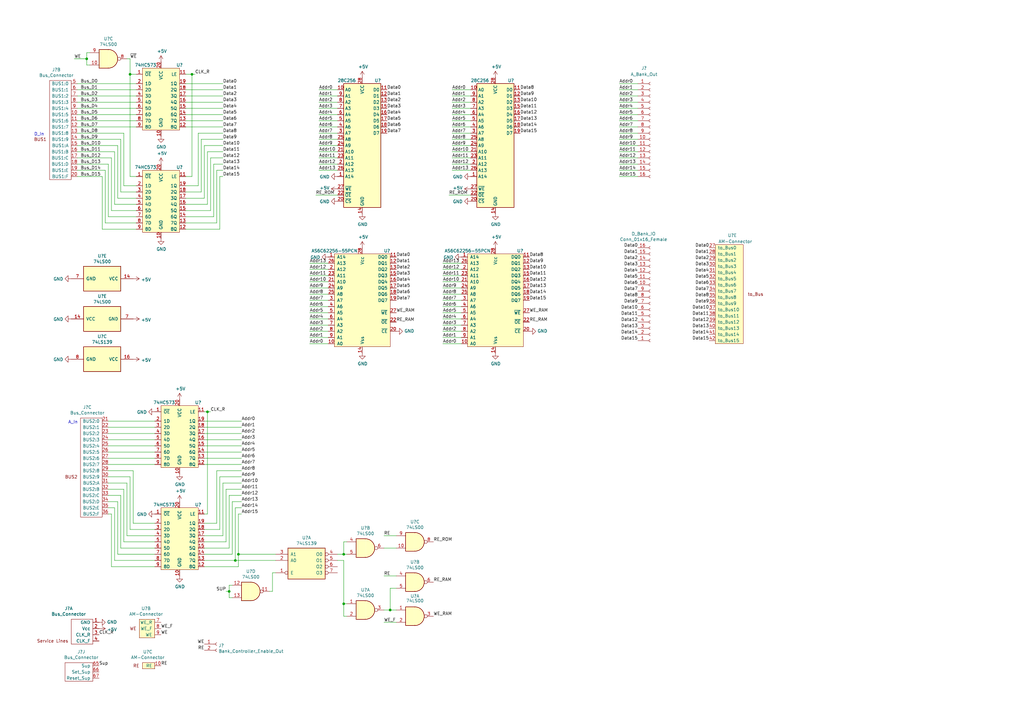
<source format=kicad_sch>
(kicad_sch (version 20211123) (generator eeschema)
  (paper "A3")
  (title_block (title "Memory") (date "2022-01-04") (rev "v0.2") (comment 2 "https://github.com/jufo-ufo/Breadboard-Computer/blob/specification-finish/LICENSE") (comment 3 "License: Apache License 2.0") (comment 4 "Author: Alexander Wersching"))
  (junction (at 96.52 229.87))
  (junction (at 140.97 247.65))
  (junction (at 140.97 227.33))
  (junction (at 160.02 250.19))
  (junction (at 53.34 30.48))
  (junction (at 97.79 227.33))
  (junction (at 35.56 24.13))
  (junction (at 78.74 30.48))
  (junction (at 85.09 168.91))
  (junction (at 93.98 242.57))
  (wire (pts (xy 95.25 205.74) (xy 99.06 205.74)))
  (wire (pts (xy 48.26 205.74) (xy 44.45 205.74)))
  (wire (pts (xy 127 128.27) (xy 134.62 128.27)))
  (wire (pts (xy 140.97 222.25) (xy 140.97 227.33)))
  (wire (pts (xy 44.45 67.31) (xy 31.75 67.31)))
  (wire (pts (xy 162.56 236.22) (xy 157.48 236.22)))
  (wire (pts (xy 113.03 234.95) (xy 111.76 234.95)))
  (wire (pts (xy 63.5 217.17) (xy 53.34 217.17)))
  (wire (pts (xy 181.61 110.49) (xy 189.23 110.49)))
  (wire (pts (xy 96.52 229.87) (xy 83.82 229.87)))
  (wire (pts (xy 55.88 72.39) (xy 53.34 72.39)))
  (wire (pts (xy 127 107.95) (xy 134.62 107.95)))
  (wire (pts (xy 91.44 198.12) (xy 91.44 219.71)))
  (wire (pts (xy 43.18 69.85) (xy 43.18 91.44)))
  (wire (pts (xy 254 44.45) (xy 261.62 44.45)))
  (wire (pts (xy 90.17 72.39) (xy 90.17 93.98)))
  (wire (pts (xy 76.2 83.82) (xy 85.09 83.82)))
  (wire (pts (xy 85.09 168.91) (xy 86.36 168.91)))
  (wire (pts (xy 254 64.77) (xy 261.62 64.77)))
  (wire (pts (xy 83.82 182.88) (xy 99.06 182.88)))
  (wire (pts (xy 181.61 130.81) (xy 189.23 130.81)))
  (wire (pts (xy 48.26 205.74) (xy 48.26 227.33)))
  (wire (pts (xy 76.2 52.07) (xy 91.44 52.07)))
  (wire (pts (xy 181.61 135.89) (xy 189.23 135.89)))
  (wire (pts (xy 140.97 247.65) (xy 142.24 247.65)))
  (wire (pts (xy 81.28 54.61) (xy 91.44 54.61)))
  (wire (pts (xy 130.81 41.91) (xy 138.43 41.91)))
  (wire (pts (xy 78.74 72.39) (xy 78.74 30.48)))
  (wire (pts (xy 254 69.85) (xy 261.62 69.85)))
  (wire (pts (xy 193.04 44.45) (xy 185.42 44.45)))
  (wire (pts (xy 55.88 36.83) (xy 31.75 36.83)))
  (wire (pts (xy 52.07 198.12) (xy 52.07 219.71)))
  (wire (pts (xy 140.97 227.33) (xy 138.43 227.33)))
  (wire (pts (xy 254 67.31) (xy 261.62 67.31)))
  (wire (pts (xy 53.34 30.48) (xy 55.88 30.48)))
  (wire (pts (xy 76.2 36.83) (xy 91.44 36.83)))
  (wire (pts (xy 185.42 59.69) (xy 193.04 59.69)))
  (wire (pts (xy 160.02 241.3) (xy 162.56 241.3)))
  (wire (pts (xy 157.48 250.19) (xy 160.02 250.19)))
  (wire (pts (xy 138.43 67.31) (xy 130.81 67.31)))
  (wire (pts (xy 31.75 44.45) (xy 55.88 44.45)))
  (wire (pts (xy 254 54.61) (xy 261.62 54.61)))
  (wire (pts (xy 44.45 193.04) (xy 54.61 193.04)))
  (wire (pts (xy 83.82 177.8) (xy 99.06 177.8)))
  (wire (pts (xy 76.2 44.45) (xy 91.44 44.45)))
  (wire (pts (xy 63.5 175.26) (xy 44.45 175.26)))
  (wire (pts (xy 35.56 26.67) (xy 36.83 26.67)))
  (wire (pts (xy 63.5 180.34) (xy 44.45 180.34)))
  (wire (pts (xy 44.45 198.12) (xy 52.07 198.12)))
  (wire (pts (xy 140.97 229.87) (xy 140.97 247.65)))
  (wire (pts (xy 90.17 72.39) (xy 91.44 72.39)))
  (wire (pts (xy 181.61 120.65) (xy 189.23 120.65)))
  (wire (pts (xy 85.09 62.23) (xy 91.44 62.23)))
  (wire (pts (xy 127 120.65) (xy 134.62 120.65)))
  (wire (pts (xy 76.2 72.39) (xy 78.74 72.39)))
  (wire (pts (xy 93.98 224.79) (xy 83.82 224.79)))
  (wire (pts (xy 138.43 36.83) (xy 130.81 36.83)))
  (wire (pts (xy 254 49.53) (xy 261.62 49.53)))
  (wire (pts (xy 83.82 172.72) (xy 99.06 172.72)))
  (wire (pts (xy 140.97 222.25) (xy 142.24 222.25)))
  (wire (pts (xy 55.88 83.82) (xy 46.99 83.82)))
  (wire (pts (xy 127 133.35) (xy 134.62 133.35)))
  (wire (pts (xy 181.61 113.03) (xy 189.23 113.03)))
  (wire (pts (xy 83.82 217.17) (xy 90.17 217.17)))
  (wire (pts (xy 138.43 39.37) (xy 130.81 39.37)))
  (wire (pts (xy 85.09 168.91) (xy 83.82 168.91)))
  (wire (pts (xy 55.88 78.74) (xy 49.53 78.74)))
  (wire (pts (xy 193.04 52.07) (xy 185.42 52.07)))
  (wire (pts (xy 254 41.91) (xy 261.62 41.91)))
  (wire (pts (xy 127 135.89) (xy 134.62 135.89)))
  (wire (pts (xy 41.91 72.39) (xy 31.75 72.39)))
  (wire (pts (xy 157.48 255.27) (xy 162.56 255.27)))
  (wire (pts (xy 45.72 232.41) (xy 45.72 210.82)))
  (wire (pts (xy 88.9 69.85) (xy 88.9 91.44)))
  (wire (pts (xy 181.61 128.27) (xy 189.23 128.27)))
  (wire (pts (xy 130.81 64.77) (xy 138.43 64.77)))
  (wire (pts (xy 162.56 250.19) (xy 160.02 250.19)))
  (wire (pts (xy 50.8 222.25) (xy 50.8 200.66)))
  (wire (pts (xy 85.09 210.82) (xy 85.09 168.91)))
  (wire (pts (xy 44.45 88.9) (xy 55.88 88.9)))
  (wire (pts (xy 254 59.69) (xy 261.62 59.69)))
  (wire (pts (xy 93.98 203.2) (xy 93.98 224.79)))
  (wire (pts (xy 44.45 182.88) (xy 63.5 182.88)))
  (wire (pts (xy 76.2 41.91) (xy 91.44 41.91)))
  (wire (pts (xy 99.06 210.82) (xy 97.79 210.82)))
  (wire (pts (xy 181.61 118.11) (xy 189.23 118.11)))
  (wire (pts (xy 127 123.19) (xy 134.62 123.19)))
  (wire (pts (xy 185.42 54.61) (xy 193.04 54.61)))
  (wire (pts (xy 138.43 44.45) (xy 130.81 44.45)))
  (wire (pts (xy 254 34.29) (xy 261.62 34.29)))
  (wire (pts (xy 81.28 76.2) (xy 76.2 76.2)))
  (wire (pts (xy 96.52 208.28) (xy 99.06 208.28)))
  (wire (pts (xy 127 113.03) (xy 134.62 113.03)))
  (wire (pts (xy 76.2 78.74) (xy 82.55 78.74)))
  (wire (pts (xy 46.99 62.23) (xy 31.75 62.23)))
  (wire (pts (xy 181.61 125.73) (xy 189.23 125.73)))
  (wire (pts (xy 45.72 232.41) (xy 63.5 232.41)))
  (wire (pts (xy 83.82 59.69) (xy 91.44 59.69)))
  (wire (pts (xy 44.45 172.72) (xy 63.5 172.72)))
  (wire (pts (xy 93.98 203.2) (xy 99.06 203.2)))
  (wire (pts (xy 97.79 227.33) (xy 113.03 227.33)))
  (wire (pts (xy 193.04 36.83) (xy 185.42 36.83)))
  (wire (pts (xy 254 57.15) (xy 261.62 57.15)))
  (wire (pts (xy 254 72.39) (xy 261.62 72.39)))
  (wire (pts (xy 113.03 229.87) (xy 96.52 229.87)))
  (wire (pts (xy 45.72 210.82) (xy 44.45 210.82)))
  (wire (pts (xy 76.2 34.29) (xy 91.44 34.29)))
  (wire (pts (xy 31.75 34.29) (xy 55.88 34.29)))
  (wire (pts (xy 254 36.83) (xy 261.62 36.83)))
  (wire (pts (xy 90.17 217.17) (xy 90.17 195.58)))
  (wire (pts (xy 49.53 78.74) (xy 49.53 57.15)))
  (wire (pts (xy 83.82 190.5) (xy 99.06 190.5)))
  (wire (pts (xy 49.53 224.79) (xy 63.5 224.79)))
  (wire (pts (xy 76.2 88.9) (xy 87.63 88.9)))
  (wire (pts (xy 31.75 69.85) (xy 43.18 69.85)))
  (wire (pts (xy 44.45 187.96) (xy 63.5 187.96)))
  (wire (pts (xy 83.82 81.28) (xy 76.2 81.28)))
  (wire (pts (xy 140.97 252.73) (xy 140.97 247.65)))
  (wire (pts (xy 138.43 62.23) (xy 130.81 62.23)))
  (wire (pts (xy 52.07 219.71) (xy 63.5 219.71)))
  (wire (pts (xy 83.82 227.33) (xy 95.25 227.33)))
  (wire (pts (xy 88.9 193.04) (xy 88.9 214.63)))
  (wire (pts (xy 31.75 49.53) (xy 55.88 49.53)))
  (wire (pts (xy 83.82 180.34) (xy 99.06 180.34)))
  (wire (pts (xy 127 140.97) (xy 134.62 140.97)))
  (wire (pts (xy 138.43 52.07) (xy 130.81 52.07)))
  (wire (pts (xy 31.75 52.07) (xy 55.88 52.07)))
  (wire (pts (xy 97.79 210.82) (xy 97.79 227.33)))
  (wire (pts (xy 181.61 115.57) (xy 189.23 115.57)))
  (wire (pts (xy 44.45 190.5) (xy 63.5 190.5)))
  (wire (pts (xy 45.72 64.77) (xy 45.72 86.36)))
  (wire (pts (xy 93.98 242.57) (xy 92.71 242.57)))
  (wire (pts (xy 87.63 67.31) (xy 91.44 67.31)))
  (wire (pts (xy 44.45 67.31) (xy 44.45 88.9)))
  (wire (pts (xy 31.75 39.37) (xy 55.88 39.37)))
  (wire (pts (xy 88.9 91.44) (xy 76.2 91.44)))
  (wire (pts (xy 76.2 49.53) (xy 91.44 49.53)))
  (wire (pts (xy 254 52.07) (xy 261.62 52.07)))
  (wire (pts (xy 91.44 198.12) (xy 99.06 198.12)))
  (wire (pts (xy 193.04 67.31) (xy 185.42 67.31)))
  (wire (pts (xy 140.97 227.33) (xy 142.24 227.33)))
  (wire (pts (xy 138.43 49.53) (xy 130.81 49.53)))
  (wire (pts (xy 50.8 200.66) (xy 44.45 200.66)))
  (wire (pts (xy 83.82 222.25) (xy 92.71 222.25)))
  (wire (pts (xy 254 46.99) (xy 261.62 46.99)))
  (wire (pts (xy 185.42 46.99) (xy 193.04 46.99)))
  (wire (pts (xy 49.53 57.15) (xy 31.75 57.15)))
  (wire (pts (xy 50.8 76.2) (xy 55.88 76.2)))
  (wire (pts (xy 83.82 210.82) (xy 85.09 210.82)))
  (wire (pts (xy 83.82 59.69) (xy 83.82 81.28)))
  (wire (pts (xy 181.61 140.97) (xy 189.23 140.97)))
  (wire (pts (xy 48.26 81.28) (xy 55.88 81.28)))
  (wire (pts (xy 83.82 185.42) (xy 99.06 185.42)))
  (wire (pts (xy 90.17 195.58) (xy 99.06 195.58)))
  (wire (pts (xy 76.2 39.37) (xy 91.44 39.37)))
  (wire (pts (xy 127 110.49) (xy 134.62 110.49)))
  (wire (pts (xy 130.81 59.69) (xy 138.43 59.69)))
  (wire (pts (xy 111.76 234.95) (xy 111.76 242.57)))
  (wire (pts (xy 45.72 86.36) (xy 55.88 86.36)))
  (wire (pts (xy 53.34 195.58) (xy 44.45 195.58)))
  (wire (pts (xy 91.44 57.15) (xy 82.55 57.15)))
  (wire (pts (xy 93.98 245.11) (xy 95.25 245.11)))
  (wire (pts (xy 185.42 69.85) (xy 193.04 69.85)))
  (wire (pts (xy 46.99 83.82) (xy 46.99 62.23)))
  (wire (pts (xy 92.71 222.25) (xy 92.71 200.66)))
  (wire (pts (xy 193.04 49.53) (xy 185.42 49.53)))
  (wire (pts (xy 44.45 203.2) (xy 49.53 203.2)))
  (wire (pts (xy 31.75 59.69) (xy 48.26 59.69)))
  (wire (pts (xy 41.91 93.98) (xy 41.91 72.39)))
  (wire (pts (xy 127 115.57) (xy 134.62 115.57)))
  (wire (pts (xy 185.42 64.77) (xy 193.04 64.77)))
  (wire (pts (xy 31.75 54.61) (xy 50.8 54.61)))
  (wire (pts (xy 91.44 69.85) (xy 88.9 69.85)))
  (wire (pts (xy 48.26 59.69) (xy 48.26 81.28)))
  (wire (pts (xy 41.91 93.98) (xy 55.88 93.98)))
  (wire (pts (xy 181.61 107.95) (xy 189.23 107.95)))
  (wire (pts (xy 95.25 240.03) (xy 93.98 240.03)))
  (wire (pts (xy 130.81 69.85) (xy 138.43 69.85)))
  (wire (pts (xy 138.43 229.87) (xy 140.97 229.87)))
  (wire (pts (xy 86.36 64.77) (xy 86.36 86.36)))
  (wire (pts (xy 127 125.73) (xy 134.62 125.73)))
  (wire (pts (xy 44.45 177.8) (xy 63.5 177.8)))
  (wire (pts (xy 95.25 227.33) (xy 95.25 205.74)))
  (wire (pts (xy 254 39.37) (xy 261.62 39.37)))
  (wire (pts (xy 35.56 24.13) (xy 30.48 24.13)))
  (wire (pts (xy 43.18 91.44) (xy 55.88 91.44)))
  (wire (pts (xy 127 118.11) (xy 134.62 118.11)))
  (wire (pts (xy 88.9 193.04) (xy 99.06 193.04)))
  (wire (pts (xy 54.61 214.63) (xy 63.5 214.63)))
  (wire (pts (xy 185.42 41.91) (xy 193.04 41.91)))
  (wire (pts (xy 160.02 250.19) (xy 160.02 241.3)))
  (wire (pts (xy 138.43 80.01) (xy 129.54 80.01)))
  (wire (pts (xy 93.98 240.03) (xy 93.98 242.57)))
  (wire (pts (xy 91.44 219.71) (xy 83.82 219.71)))
  (wire (pts (xy 48.26 227.33) (xy 63.5 227.33)))
  (wire (pts (xy 83.82 232.41) (xy 97.79 232.41)))
  (wire (pts (xy 46.99 208.28) (xy 46.99 229.87)))
  (wire (pts (xy 127 138.43) (xy 134.62 138.43)))
  (wire (pts (xy 76.2 93.98) (xy 90.17 93.98)))
  (wire (pts (xy 52.07 24.13) (xy 53.34 24.13)))
  (wire (pts (xy 78.74 30.48) (xy 80.01 30.48)))
  (wire (pts (xy 53.34 72.39) (xy 53.34 30.48)))
  (wire (pts (xy 81.28 54.61) (xy 81.28 76.2)))
  (wire (pts (xy 96.52 208.28) (xy 96.52 229.87)))
  (wire (pts (xy 92.71 200.66) (xy 99.06 200.66)))
  (wire (pts (xy 181.61 123.19) (xy 189.23 123.19)))
  (wire (pts (xy 130.81 46.99) (xy 138.43 46.99)))
  (wire (pts (xy 184.15 80.01) (xy 193.04 80.01)))
  (wire (pts (xy 35.56 24.13) (xy 35.56 26.67)))
  (wire (pts (xy 76.2 46.99) (xy 91.44 46.99)))
  (wire (pts (xy 36.83 21.59) (xy 35.56 21.59)))
  (wire (pts (xy 35.56 21.59) (xy 35.56 24.13)))
  (wire (pts (xy 193.04 62.23) (xy 185.42 62.23)))
  (wire (pts (xy 44.45 208.28) (xy 46.99 208.28)))
  (wire (pts (xy 53.34 24.13) (xy 53.34 30.48)))
  (wire (pts (xy 78.74 30.48) (xy 76.2 30.48)))
  (wire (pts (xy 63.5 185.42) (xy 44.45 185.42)))
  (wire (pts (xy 181.61 133.35) (xy 189.23 133.35)))
  (wire (pts (xy 181.61 138.43) (xy 189.23 138.43)))
  (wire (pts (xy 93.98 242.57) (xy 93.98 245.11)))
  (wire (pts (xy 254 62.23) (xy 261.62 62.23)))
  (wire (pts (xy 55.88 46.99) (xy 31.75 46.99)))
  (wire (pts (xy 83.82 187.96) (xy 99.06 187.96)))
  (wire (pts (xy 193.04 57.15) (xy 185.42 57.15)))
  (wire (pts (xy 138.43 57.15) (xy 130.81 57.15)))
  (wire (pts (xy 157.48 224.79) (xy 162.56 224.79)))
  (wire (pts (xy 193.04 39.37) (xy 185.42 39.37)))
  (wire (pts (xy 55.88 41.91) (xy 31.75 41.91)))
  (wire (pts (xy 162.56 219.71) (xy 157.48 219.71)))
  (wire (pts (xy 54.61 193.04) (xy 54.61 214.63)))
  (wire (pts (xy 31.75 64.77) (xy 45.72 64.77)))
  (wire (pts (xy 86.36 86.36) (xy 76.2 86.36)))
  (wire (pts (xy 63.5 222.25) (xy 50.8 222.25)))
  (wire (pts (xy 82.55 57.15) (xy 82.55 78.74)))
  (wire (pts (xy 49.53 203.2) (xy 49.53 224.79)))
  (wire (pts (xy 53.34 217.17) (xy 53.34 195.58)))
  (wire (pts (xy 91.44 64.77) (xy 86.36 64.77)))
  (wire (pts (xy 130.81 54.61) (xy 138.43 54.61)))
  (wire (pts (xy 127 130.81) (xy 134.62 130.81)))
  (wire (pts (xy 111.76 242.57) (xy 110.49 242.57)))
  (wire (pts (xy 83.82 175.26) (xy 99.06 175.26)))
  (wire (pts (xy 87.63 67.31) (xy 87.63 88.9)))
  (wire (pts (xy 88.9 214.63) (xy 83.82 214.63)))
  (wire (pts (xy 46.99 229.87) (xy 63.5 229.87)))
  (wire (pts (xy 142.24 252.73) (xy 140.97 252.73)))
  (wire (pts (xy 50.8 54.61) (xy 50.8 76.2)))
  (wire (pts (xy 85.09 62.23) (xy 85.09 83.82)))
  (wire (pts (xy 97.79 227.33) (xy 97.79 232.41)))
  (text "D_In" (at 13.97 55.88 0) (effects (font (size 1.27 1.27)) (justify left bottom)))
  (text "A_In" (at 27.94 173.99 0) (effects (font (size 1.27 1.27)) (justify left bottom)))
  (label "RE" (at 83.82 266.7 180))
  (label "WE" (at 83.82 264.16 180))
  (label "Data12" (at 213.36 46.99 0))
  (label "Addr13" (at 99.06 205.74 0))
  (label "Data8" (at 213.36 36.83 0))
  (label "Addr1" (at 127 138.43 0))
  (label "Data8" (at 217.17 105.41 0))
  (label "Data2" (at 261.62 106.68 180))
  (label "Data6" (at 91.44 49.53 0))
  (label "Data12" (at 91.44 64.77 0))
  (label "Addr9" (at 185.42 59.69 0))
  (label "Addr12" (at 99.06 203.2 0))
  (label "Data9" (at 261.62 124.46 180))
  (label "Addr0" (at 127 140.97 0))
  (label "Bus_D9" (at 33.02 57.15 0))
  (label "CLK_R" (at 86.36 168.91 0))
  (label "Addr7" (at 181.61 123.19 0))
  (label "Addr1" (at 130.81 39.37 0))
  (label "Data3" (at 162.56 113.03 0))
  (label "Addr4" (at 99.06 182.88 0))
  (label "Data10" (at 91.44 59.69 0))
  (label "RE_ROM" (at 184.15 80.01 0))
  (label "Data2" (at 162.56 110.49 0))
  (label "Addr1" (at 185.42 39.37 0))
  (label "Addr3" (at 181.61 133.35 0))
  (label "Bus_D3" (at 33.02 41.91 0))
  (label "Addr11" (at 130.81 64.77 0))
  (label "Data13" (at 290.83 134.62 180))
  (label "Addr2" (at 99.06 177.8 0))
  (label "WE" (at 30.48 24.13 0))
  (label "Addr12" (at 181.61 110.49 0))
  (label "Data5" (at 162.56 118.11 0))
  (label "Addr8" (at 185.42 57.15 0))
  (label "Addr0" (at 185.42 36.83 0))
  (label "WE_F" (at 157.48 255.27 0))
  (label "Sup" (at 40.64 273.05 0))
  (label "Addr5" (at 185.42 49.53 0))
  (label "Data14" (at 217.17 120.65 0))
  (label "Addr10" (at 185.42 62.23 0))
  (label "Addr2" (at 130.81 41.91 0))
  (label "Data7" (at 261.62 119.38 180))
  (label "Addr6" (at 130.81 52.07 0))
  (label "Addr3" (at 130.81 44.45 0))
  (label "Data6" (at 158.75 52.07 0))
  (label "Data3" (at 158.75 44.45 0))
  (label "Data14" (at 290.83 137.16 180))
  (label "Addr4" (at 181.61 130.81 0))
  (label "SUP" (at 92.71 242.57 180))
  (label "Data0" (at 290.83 101.6 180))
  (label "Addr6" (at 185.42 52.07 0))
  (label "Data5" (at 290.83 114.3 180))
  (label "Data4" (at 261.62 111.76 180))
  (label "Addr12" (at 127 110.49 0))
  (label "RE_RAM" (at 162.56 132.08 0))
  (label "Addr3" (at 185.42 44.45 0))
  (label "Data13" (at 91.44 67.31 0))
  (label "WE" (at 66.04 260.35 0))
  (label "WE_RAM" (at 177.8 252.73 0))
  (label "Addr6" (at 181.61 125.73 0))
  (label "Data1" (at 290.83 104.14 180))
  (label "Data13" (at 261.62 134.62 180))
  (label "Addr11" (at 185.42 64.77 0))
  (label "RE" (at 157.48 219.71 0))
  (label "Addr7" (at 127 123.19 0))
  (label "Data13" (at 217.17 118.11 0))
  (label "Addr13" (at 127 107.95 0))
  (label "Data5" (at 91.44 46.99 0))
  (label "Addr7" (at 254 52.07 0))
  (label "Bus_D10" (at 33.02 59.69 0))
  (label "Addr9" (at 99.06 195.58 0))
  (label "Bus_D15" (at 33.02 72.39 0))
  (label "Addr2" (at 254 39.37 0))
  (label "Addr9" (at 254 57.15 0))
  (label "Addr10" (at 127 115.57 0))
  (label "Addr8" (at 254 54.61 0))
  (label "Addr0" (at 181.61 140.97 0))
  (label "Bus_D0" (at 33.02 34.29 0))
  (label "Data5" (at 261.62 114.3 180))
  (label "Data15" (at 261.62 139.7 180))
  (label "Data3" (at 290.83 109.22 180))
  (label "Data9" (at 217.17 107.95 0))
  (label "Bus_D13" (at 33.02 67.31 0))
  (label "Data15" (at 290.83 139.7 180))
  (label "Addr0" (at 99.06 172.72 0))
  (label "Data3" (at 91.44 41.91 0))
  (label "Addr5" (at 99.06 185.42 0))
  (label "Bus_D6" (at 33.02 49.53 0))
  (label "Bus_D7" (at 33.02 52.07 0))
  (label "Addr11" (at 181.61 113.03 0))
  (label "CLK_R" (at 80.01 30.48 0))
  (label "Data14" (at 213.36 52.07 0))
  (label "Data1" (at 91.44 36.83 0))
  (label "Data10" (at 261.62 127 180))
  (label "Addr11" (at 127 113.03 0))
  (label "Addr9" (at 127 118.11 0))
  (label "Addr7" (at 130.81 54.61 0))
  (label "Addr9" (at 130.81 59.69 0))
  (label "Data4" (at 158.75 46.99 0))
  (label "~{WE}" (at 53.34 24.13 0))
  (label "Data14" (at 91.44 69.85 0))
  (label "Data10" (at 290.83 127 180))
  (label "Data14" (at 261.62 137.16 180))
  (label "Data11" (at 290.83 129.54 180))
  (label "Addr13" (at 130.81 69.85 0))
  (label "Data7" (at 158.75 54.61 0))
  (label "Data11" (at 217.17 113.03 0))
  (label "Data11" (at 213.36 44.45 0))
  (label "Addr1" (at 99.06 175.26 0))
  (label "Addr1" (at 181.61 138.43 0))
  (label "Data0" (at 158.75 36.83 0))
  (label "RE_ROM" (at 177.8 222.25 0))
  (label "RE_RAM" (at 217.17 132.08 0))
  (label "Addr15" (at 99.06 210.82 0))
  (label "Data9" (at 290.83 124.46 180))
  (label "Data2" (at 290.83 106.68 180))
  (label "Addr3" (at 127 133.35 0))
  (label "Bus_D14" (at 33.02 69.85 0))
  (label "Data12" (at 290.83 132.08 180))
  (label "Data11" (at 261.62 129.54 180))
  (label "Bus_D5" (at 33.02 46.99 0))
  (label "Data2" (at 158.75 41.91 0))
  (label "RE" (at 66.04 273.05 0))
  (label "Addr15" (at 254 72.39 0))
  (label "Bus_D1" (at 33.02 36.83 0))
  (label "Data0" (at 162.56 105.41 0))
  (label "Data2" (at 91.44 39.37 0))
  (label "Data7" (at 290.83 119.38 180))
  (label "WE_F" (at 66.04 257.81 0))
  (label "Data15" (at 91.44 72.39 0))
  (label "CLK_R" (at 40.64 260.35 0))
  (label "Data6" (at 162.56 120.65 0))
  (label "Bus_D4" (at 33.02 44.45 0))
  (label "Data15" (at 217.17 123.19 0))
  (label "Addr13" (at 185.42 69.85 0))
  (label "Addr4" (at 130.81 46.99 0))
  (label "Addr8" (at 127 120.65 0))
  (label "Addr11" (at 99.06 200.66 0))
  (label "Data7" (at 91.44 52.07 0))
  (label "Data6" (at 261.62 116.84 180))
  (label "Data1" (at 261.62 104.14 180))
  (label "Addr5" (at 130.81 49.53 0))
  (label "Data13" (at 213.36 49.53 0))
  (label "Data15" (at 213.36 54.61 0))
  (label "Addr0" (at 130.81 36.83 0))
  (label "Data12" (at 217.17 115.57 0))
  (label "Addr13" (at 181.61 107.95 0))
  (label "Addr7" (at 185.42 54.61 0))
  (label "Data4" (at 162.56 115.57 0))
  (label "RE_ROM" (at 129.54 80.01 0))
  (label "WE_RAM" (at 162.56 128.27 0))
  (label "Addr8" (at 99.06 193.04 0))
  (label "Addr10" (at 181.61 115.57 0))
  (label "Addr8" (at 130.81 57.15 0))
  (label "Addr13" (at 254 67.31 0))
  (label "Addr12" (at 185.42 67.31 0))
  (label "Addr10" (at 254 59.69 0))
  (label "Addr0" (at 254 34.29 0))
  (label "Data4" (at 290.83 111.76 180))
  (label "Data0" (at 261.62 101.6 180))
  (label "Data8" (at 91.44 54.61 0))
  (label "Addr2" (at 185.42 41.91 0))
  (label "Addr7" (at 99.06 190.5 0))
  (label "Addr2" (at 127 135.89 0))
  (label "Addr4" (at 185.42 46.99 0))
  (label "Data3" (at 261.62 109.22 180))
  (label "Addr9" (at 181.61 118.11 0))
  (label "Addr5" (at 254 46.99 0))
  (label "Addr2" (at 181.61 135.89 0))
  (label "Data1" (at 162.56 107.95 0))
  (label "Addr10" (at 99.06 198.12 0))
  (label "RE_RAM" (at 177.8 238.76 0))
  (label "Addr12" (at 130.81 67.31 0))
  (label "Addr6" (at 99.06 187.96 0))
  (label "Data9" (at 213.36 39.37 0))
  (label "Data8" (at 290.83 121.92 180))
  (label "Addr3" (at 99.06 180.34 0))
  (label "Bus_D11" (at 33.02 62.23 0))
  (label "Data10" (at 213.36 41.91 0))
  (label "Addr1" (at 254 36.83 0))
  (label "Data8" (at 261.62 121.92 180))
  (label "Addr12" (at 254 64.77 0))
  (label "Data0" (at 91.44 34.29 0))
  (label "Addr5" (at 127 128.27 0))
  (label "Addr3" (at 254 41.91 0))
  (label "Bus_D8" (at 33.02 54.61 0))
  (label "Data5" (at 158.75 49.53 0))
  (label "Addr11" (at 254 62.23 0))
  (label "Addr10" (at 130.81 62.23 0))
  (label "Addr14" (at 254 69.85 0))
  (label "Addr5" (at 181.61 128.27 0))
  (label "Data6" (at 290.83 116.84 180))
  (label "Bus_D12" (at 33.02 64.77 0))
  (label "Data12" (at 261.62 132.08 180))
  (label "WE_RAM" (at 217.17 128.27 0))
  (label "Data4" (at 91.44 44.45 0))
  (label "Data9" (at 91.44 57.15 0))
  (label "Data1" (at 158.75 39.37 0))
  (label "Addr4" (at 127 130.81 0))
  (label "Addr8" (at 181.61 120.65 0))
  (label "Data7" (at 162.56 123.19 0))
  (label "Bus_D2" (at 33.02 39.37 0))
  (label "RE" (at 157.48 236.22 0))
  (label "Addr14" (at 99.06 208.28 0))
  (label "Data10" (at 217.17 110.49 0))
  (label "Data11" (at 91.44 62.23 0))
  (label "Addr6" (at 254 49.53 0))
  (label "Addr6" (at 127 125.73 0))
  (label "Addr4" (at 254 44.45 0))
  (symbol (lib_id "Computer_Component_Library:Bus_Connector") (at 36.83 259.08 0) (unit 1)
    (property "Reference" "J?" (at 28.1686 249.555 0))
    (property "Value" "Bus_Connector" (at 28.1686 251.8664 0))
  )
  (symbol (lib_id "power:GND") (at 40.64 255.27 90) (unit 1)
    (property "Reference" "#PWR?" (effects hide))
    (property "Value" "GND" (at 43.8912 255.143 90) (effects (justify right)))
  )
  (symbol (lib_id "power:+5V") (at 40.64 257.81 270) (unit 1)
    (property "Reference" "#PWR?" (effects hide))
    (property "Value" "+5V" (at 43.8912 258.191 90) (effects (justify left)))
  )
  (symbol (lib_id "Computer_Component_Library:Bus_Connector") (at 27.94 53.34 0) (unit 2)
    (property "Reference" "J?" (at 23.114 28.575 0))
    (property "Value" "Bus_Connector" (at 23.114 30.8864 0))
  )
  (symbol (lib_id "Computer_Component_Library:Bus_Connector") (at 40.64 191.77 0) (unit 3)
    (property "Reference" "J?" (at 35.814 167.005 0))
    (property "Value" "Bus_Connector" (at 35.814 169.3164 0))
  )
  (symbol (lib_id "Computer_Component_Library:AM-Connector") (at 62.23 257.81 0) (unit 2)
    (property "Reference" "U?" (at 59.9186 249.555 0))
    (property "Value" "AM-Connector" (at 59.9186 251.8664 0))
  )
  (symbol (lib_id "Computer_Component_Library:AM-Connector") (at 62.23 273.05 0) (unit 3)
    (property "Reference" "U?" (at 60.6044 267.335 0))
    (property "Value" "AM-Connector" (at 60.6044 269.6464 0))
  )
  (symbol (lib_id "74xx:74LS00") (at 102.87 242.57 0) (unit 4)
    (property "Reference" "U?" (at 102.87 234.315 0))
    (property "Value" "74LS00" (at 102.87 236.6264 0))
    (property "Datasheet" "http://www.ti.com/lit/gpn/sn74ls00" (effects hide))
  )
  (symbol (lib_id "Connector:Conn_01x16_Female") (at 266.7 121.92 0) (mirror x) (unit 1)
    (property "Reference" "D_Bank_IO" (at 263.9568 95.885 0))
    (property "Value" "Conn_01x16_Female" (at 263.9568 98.1964 0))
  )
  (symbol (lib_id "Connector:Conn_01x16_Female") (at 266.7 52.07 0) (unit 1)
    (property "Reference" "J?" (at 264.16 27.94 0))
    (property "Value" "A_Bank_Out" (at 264.16 30.48 0))
  )
  (symbol (lib_id "Computer_Component_Library:74HC573") (at 66.04 43.18 0) (unit 1)
    (property "Reference" "U?" (at 73.66 26.67 0))
    (property "Value" "74HC573" (at 59.69 26.67 0))
  )
  (symbol (lib_id "Computer_Component_Library:74HC573") (at 66.04 85.09 0) (unit 1)
    (property "Reference" "U?" (at 73.66 68.58 0))
    (property "Value" "74HC573" (at 59.69 68.58 0))
  )
  (symbol (lib_id "power:+5V") (at 66.04 25.4 0) (unit 1)
    (property "Reference" "#PWR?" (effects hide))
    (property "Value" "+5V" (at 66.421 21.0058 0))
  )
  (symbol (lib_id "power:+5V") (at 66.04 67.31 0) (unit 1)
    (property "Reference" "#PWR?" (effects hide))
    (property "Value" "+5V" (at 66.421 62.9158 0))
  )
  (symbol (lib_id "power:GND") (at 66.04 97.79 0) (unit 1)
    (property "Reference" "#PWR?" (effects hide))
    (property "Value" "GND" (at 66.167 102.1842 0))
  )
  (symbol (lib_id "power:GND") (at 66.04 55.88 0) (unit 1)
    (property "Reference" "#PWR?" (effects hide))
    (property "Value" "GND" (at 66.167 60.2742 0))
  )
  (symbol (lib_id "Computer_Component_Library:74HC573") (at 73.66 223.52 0) (unit 1)
    (property "Reference" "U?" (at 81.28 207.01 0))
    (property "Value" "74HC573" (at 67.31 207.01 0))
  )
  (symbol (lib_id "Computer_Component_Library:74HC573") (at 73.66 181.61 0) (unit 1)
    (property "Reference" "U?" (at 81.28 165.1 0))
    (property "Value" "74HC573" (at 67.31 165.1 0))
  )
  (symbol (lib_id "power:+5V") (at 73.66 163.83 0) (unit 1)
    (property "Reference" "#PWR?" (effects hide))
    (property "Value" "+5V" (at 74.041 159.4358 0))
  )
  (symbol (lib_id "power:+5V") (at 73.66 205.74 0) (unit 1)
    (property "Reference" "#PWR?" (effects hide))
    (property "Value" "+5V" (at 74.041 201.3458 0))
  )
  (symbol (lib_id "power:GND") (at 73.66 236.22 0) (unit 1)
    (property "Reference" "#PWR?" (effects hide))
    (property "Value" "GND" (at 73.787 240.6142 0))
  )
  (symbol (lib_id "power:GND") (at 73.66 194.31 0) (unit 1)
    (property "Reference" "#PWR?" (effects hide))
    (property "Value" "GND" (at 73.787 198.7042 0))
  )
  (symbol (lib_id "power:GND") (at 63.5 210.82 270) (unit 1)
    (property "Reference" "#PWR?" (effects hide))
    (property "Value" "GND" (at 60.2488 210.947 90) (effects (justify right)))
  )
  (symbol (lib_id "power:GND") (at 63.5 168.91 270) (unit 1)
    (property "Reference" "#PWR?" (effects hide))
    (property "Value" "GND" (at 60.2488 169.037 90) (effects (justify right)))
  )
  (symbol (lib_id "Computer_Component_Library:AS6C62256-55PCN") (at 148.59 123.19 0) (unit 1)
    (property "Reference" "U?" (at 158.75 102.87 0))
    (property "Value" "AS6C62256-55PCN" (at 137.16 102.87 0))
  )
  (symbol (lib_id "Memory_EEPROM:28C256") (at 148.59 59.69 0) (unit 1)
    (property "Reference" "U?" (at 154.94 33.02 0))
    (property "Value" "28C256" (at 142.24 33.02 0))
    (property "Datasheet" "http://ww1.microchip.com/downloads/en/DeviceDoc/doc0006.pdf" (effects hide))
  )
  (symbol (lib_id "power:GND") (at 148.59 144.78 0) (unit 1)
    (property "Reference" "#PWR?" (effects hide))
    (property "Value" "GND" (at 148.717 149.1742 0))
  )
  (symbol (lib_id "power:GND") (at 148.59 87.63 0) (unit 1)
    (property "Reference" "#PWR?" (effects hide))
    (property "Value" "GND" (at 148.717 92.0242 0))
  )
  (symbol (lib_id "power:+5V") (at 138.43 77.47 90) (unit 1)
    (property "Reference" "#PWR?" (effects hide))
    (property "Value" "+5V" (at 135.1788 77.089 90) (effects (justify left)))
  )
  (symbol (lib_id "power:+5V") (at 148.59 31.75 0) (unit 1)
    (property "Reference" "#PWR?" (effects hide))
    (property "Value" "+5V" (at 148.971 27.3558 0))
  )
  (symbol (lib_id "power:+5V") (at 148.59 101.6 0) (unit 1)
    (property "Reference" "#PWR?" (effects hide))
    (property "Value" "+5V" (at 148.971 97.2058 0))
  )
  (symbol (lib_id "power:GND") (at 162.56 135.89 90) (unit 1)
    (property "Reference" "#PWR?" (effects hide))
    (property "Value" "GND" (at 165.8112 135.763 90) (effects (justify right)))
  )
  (symbol (lib_id "power:GND") (at 138.43 82.55 270) (unit 1)
    (property "Reference" "#PWR?" (effects hide))
    (property "Value" "GND" (at 135.1788 82.677 90) (effects (justify right)))
  )
  (symbol (lib_id "Memory_EEPROM:28C256") (at 203.2 59.69 0) (unit 1)
    (property "Reference" "U?" (at 209.55 33.02 0))
    (property "Value" "28C256" (at 196.85 33.02 0))
    (property "Datasheet" "http://ww1.microchip.com/downloads/en/DeviceDoc/doc0006.pdf" (effects hide))
  )
  (symbol (lib_id "power:GND") (at 203.2 87.63 0) (unit 1)
    (property "Reference" "#PWR?" (effects hide))
    (property "Value" "GND" (at 203.327 92.0242 0))
  )
  (symbol (lib_id "power:+5V") (at 193.04 77.47 90) (unit 1)
    (property "Reference" "#PWR?" (effects hide))
    (property "Value" "+5V" (at 189.7888 77.089 90) (effects (justify left)))
  )
  (symbol (lib_id "power:+5V") (at 203.2 31.75 0) (unit 1)
    (property "Reference" "#PWR?" (effects hide))
    (property "Value" "+5V" (at 203.581 27.3558 0))
  )
  (symbol (lib_id "power:GND") (at 193.04 82.55 270) (unit 1)
    (property "Reference" "#PWR?" (effects hide))
    (property "Value" "GND" (at 189.7888 82.677 90) (effects (justify right)))
  )
  (symbol (lib_id "Computer_Component_Library:AS6C62256-55PCN") (at 203.2 123.19 0) (unit 1)
    (property "Reference" "U?" (at 213.36 102.87 0))
    (property "Value" "AS6C62256-55PCN" (at 191.77 102.87 0))
  )
  (symbol (lib_id "power:GND") (at 203.2 144.78 0) (unit 1)
    (property "Reference" "#PWR?" (effects hide))
    (property "Value" "GND" (at 203.327 149.1742 0))
  )
  (symbol (lib_id "power:+5V") (at 203.2 101.6 0) (unit 1)
    (property "Reference" "#PWR?" (effects hide))
    (property "Value" "+5V" (at 203.581 97.2058 0))
  )
  (symbol (lib_id "power:GND") (at 217.17 135.89 90) (unit 1)
    (property "Reference" "#PWR?" (effects hide))
    (property "Value" "GND" (at 220.4212 135.763 90) (effects (justify right)))
  )
  (symbol (lib_id "74xx:74LS139") (at 125.73 229.87 0) (unit 1)
    (property "Reference" "U?" (at 125.73 220.5482 0))
    (property "Value" "74LS139" (at 125.73 222.8596 0))
    (property "Datasheet" "http://www.ti.com/lit/ds/symlink/sn74ls139a.pdf" (effects hide))
  )
  (symbol (lib_id "74xx:74LS139") (at 41.91 147.32 270) (unit 3)
    (property "Reference" "U?" (at 41.91 137.9982 90))
    (property "Value" "74LS139" (at 41.91 140.3096 90))
    (property "Datasheet" "http://www.ti.com/lit/ds/symlink/sn74ls139a.pdf" (effects hide))
  )
  (symbol (lib_id "power:GND") (at 29.21 147.32 270) (unit 1)
    (property "Reference" "#PWR?" (effects hide))
    (property "Value" "GND" (at 25.9588 147.447 90) (effects (justify right)))
  )
  (symbol (lib_id "power:+5V") (at 54.61 147.32 270) (unit 1)
    (property "Reference" "#PWR?" (effects hide))
    (property "Value" "+5V" (at 57.8612 147.701 90) (effects (justify left)))
  )
  (symbol (lib_id "power:GND") (at 189.23 105.41 270) (unit 1)
    (property "Reference" "#PWR?" (effects hide))
    (property "Value" "GND" (at 185.9788 105.537 90) (effects (justify right)))
  )
  (symbol (lib_id "power:GND") (at 134.62 105.41 270) (unit 1)
    (property "Reference" "#PWR?" (effects hide))
    (property "Value" "GND" (at 131.3688 105.537 90) (effects (justify right)))
  )
  (symbol (lib_id "power:GND") (at 138.43 72.39 270) (unit 1)
    (property "Reference" "#PWR?" (effects hide))
    (property "Value" "GND" (at 135.1788 72.517 90) (effects (justify right)))
  )
  (symbol (lib_id "power:GND") (at 193.04 72.39 270) (unit 1)
    (property "Reference" "#PWR?" (effects hide))
    (property "Value" "GND" (at 189.7888 72.517 90) (effects (justify right)))
  )
  (symbol (lib_id "74xx:74LS00") (at 149.86 250.19 0) (unit 1)
    (property "Reference" "U?" (at 149.86 241.935 0))
    (property "Value" "74LS00" (at 149.86 244.2464 0))
    (property "Datasheet" "http://www.ti.com/lit/gpn/sn74ls00" (effects hide))
  )
  (symbol (lib_id "74xx:74LS00") (at 149.86 224.79 0) (unit 2)
    (property "Reference" "U?" (at 149.86 216.535 0))
    (property "Value" "74LS00" (at 149.86 218.8464 0))
    (property "Datasheet" "http://www.ti.com/lit/gpn/sn74ls00" (effects hide))
  )
  (symbol (lib_id "74xx:74LS00") (at 44.45 24.13 0) (unit 3)
    (property "Reference" "U?" (at 44.45 15.875 0))
    (property "Value" "74LS00" (at 44.45 18.1864 0))
    (property "Datasheet" "http://www.ti.com/lit/gpn/sn74ls00" (effects hide))
  )
  (symbol (lib_id "74xx:74LS00") (at 41.91 130.81 90) (unit 5)
    (property "Reference" "U?" (at 41.91 121.4882 90))
    (property "Value" "74LS00" (at 41.91 123.7996 90))
    (property "Datasheet" "http://www.ti.com/lit/gpn/sn74ls00" (effects hide))
  )
  (symbol (lib_id "power:GND") (at 29.21 130.81 270) (unit 1)
    (property "Reference" "#PWR?" (effects hide))
    (property "Value" "GND" (at 25.9588 130.937 90) (effects (justify right)))
  )
  (symbol (lib_id "power:+5V") (at 54.61 130.81 270) (unit 1)
    (property "Reference" "#PWR?" (effects hide))
    (property "Value" "+5V" (at 57.8612 131.191 90) (effects (justify left)))
  )
  (symbol (lib_id "74xx:74LS00") (at 170.18 252.73 0) (unit 1)
    (property "Reference" "U?" (at 170.18 244.475 0))
    (property "Value" "74LS00" (at 170.18 246.38 0))
    (property "Datasheet" "http://www.ti.com/lit/gpn/sn74ls00" (effects hide))
  )
  (symbol (lib_id "74xx:74LS00") (at 170.18 238.76 0) (unit 2)
    (property "Reference" "U?" (at 170.18 230.505 0))
    (property "Value" "74LS00" (at 170.18 232.8164 0))
    (property "Datasheet" "http://www.ti.com/lit/gpn/sn74ls00" (effects hide))
  )
  (symbol (lib_id "74xx:74LS00") (at 170.18 222.25 0) (unit 3)
    (property "Reference" "U?" (at 170.18 213.995 0))
    (property "Value" "74LS00" (at 170.18 216.3064 0))
    (property "Datasheet" "http://www.ti.com/lit/gpn/sn74ls00" (effects hide))
  )
  (symbol (lib_id "74xx:74LS00") (at 41.91 114.3 270) (unit 5)
    (property "Reference" "U?" (at 41.91 104.9782 90))
    (property "Value" "74LS00" (at 41.91 107.2896 90))
    (property "Datasheet" "http://www.ti.com/lit/gpn/sn74ls00" (effects hide))
  )
  (symbol (lib_id "power:+5V") (at 54.61 114.3 270) (unit 1)
    (property "Reference" "#PWR?" (effects hide))
    (property "Value" "+5V" (at 57.8612 114.681 90) (effects (justify left)))
  )
  (symbol (lib_id "power:GND") (at 29.21 114.3 270) (unit 1)
    (property "Reference" "#PWR?" (effects hide))
    (property "Value" "GND" (at 25.9588 114.427 90) (effects (justify right)))
  )
  (symbol (lib_id "Computer_Component_Library:AM-Connector") (at 294.64 120.65 0) (mirror y) (unit 5)
    (property "Reference" "U?" (at 298.45 96.52 0) (effects (justify right)))
    (property "Value" "AM-Connector" (at 294.64 99.06 0) (effects (justify right)))
  )
  (symbol (lib_id "Computer_Component_Library:Bus_Connector") (at 36.83 275.59 0) (unit 10)
    (property "Reference" "J?" (at 33.3248 267.335 0))
    (property "Value" "Bus_Connector" (at 33.3248 269.6464 0))
  )
  (symbol (lib_id "Connector:Conn_01x02_Female") (at 88.9 264.16 0) (unit 1)
    (property "Reference" "J?" (at 89.6112 264.7696 0) (effects (justify left)))
    (property "Value" "Bank_Controller_Enable_Out" (at 89.6112 267.081 0) (effects (justify left)))
  )
)
</source>
